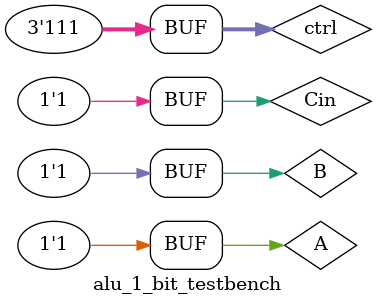
<source format=sv>
/*
Molly Le & Feifan Quiao 
				A 1-bit ALU design that takes in two 1-bit
             inputs (A and B) and computes an output
             based on the control signals that determine
             which operation to perform.

    ctrl			Operation					
    000:			result = B
    010:			result = A + B
    011:			result = A - B
    100:			result = bitwise A & B
    101:			result = bitwise A | B
    110:			result = bitwise A XOR B
*/
`timescale 1ps/1fs

// bug in modelsim 
module alu_1_bit(input logic A, B, Cin, 
						input  logic [2:0] ctrl, 
						output logic Cout, out);
	
	// does all operations and saves each resulting value 
	logic [7:0] temp_op;
	 
   // load B: 000
	assign temp_op[0] = B;

   // add/sub: 010/011 - only ctrl[0] is diff 
	not #50 not_B (invB, B);
	
	// mux to determine: if ctrl[0] is 0 then add if 1 then sub
	// temp B: A + (-B) = A - B
   mux2_1 add_or_sub (.out(temp_B), .i0(B), .i1(invB), .sel(ctrl[0])); 
   
	// logic add_sum, sub_sum; 
	logic final_sum; 
	
	full_adder add (.A(A), .B(temp_B), .Cin(Cin), .Cout(Cout), .Sum(final_sum));
	// full_adder sub (.A(A), .B(invB), .Cin(Cin), .Cout(Cout), .Sum(sub_sum));
	
	// save value for add and sub 
	assign temp_op[2] = final_sum;
	assign temp_op[3] = final_sum;

    // AND operation - 100
    and #50 and_op (temp_op[4], A, B);

    // OR operation - 101
    or #50 or_op (temp_op[5], A, B);

    // XOR operation - 110
    xor #50 xor_op (temp_op[6], A, B);

    // control logic decides the actual out for the appropiate operation 
    mux_8_1 final_out (.out(out),
                    .in({1'b0, temp_op[6:2], 1'b0, temp_op[0]}),
                    .sel(ctrl));

endmodule

module alu_1_bit_testbench();
    logic A, B, Cin;
    logic [2:0] ctrl;
    logic Cout, out;

    parameter DELAY = 200;

    alu_1_bit dut(.A, .B, .Cin, .Cout, .ctrl, .out);

    initial begin
        A = 0; B = 0; Cin = 0; ctrl = 3'b000; #DELAY; // Cout = 0, out = B = 0
                               ctrl = 3'b001; #DELAY; 
                               ctrl = 3'b010; #DELAY; // out = A + B = 0  
                               ctrl = 3'b011; #DELAY; // out = A - B = 0
                               ctrl = 3'b100; #DELAY; // out = A & B = 0
                               ctrl = 3'b101; #DELAY; // out = A | B = 0 
                               ctrl = 3'b110; #DELAY; // out = A xor B = 0
                               ctrl = 3'b111; #DELAY;
										 ;
        A = 0; B = 1; Cin = 0; ctrl = 3'b000; #DELAY; // Cout = 0; 
		                         ctrl = 3'b001; #DELAY; 
                               ctrl = 3'b010; #DELAY; // out = A + B = 1  
                               ctrl = 3'b011; #DELAY; // out = A - B = -1 or 0 & Cout = 1 --> check w/ TA 
                               ctrl = 3'b100; #DELAY; // out = A & B = 0
                               ctrl = 3'b101; #DELAY; // out = A | B = 0 
                               ctrl = 3'b110; #DELAY; // out = A xor B = 0
                               ctrl = 3'b111; #DELAY;

        A = 1; B = 1; Cin = 0; ctrl = 3'b000; #DELAY;
		  		                   ctrl = 3'b001; #DELAY; 
                               ctrl = 3'b010; #DELAY; // out = A + B = 1  
                               ctrl = 3'b011; #DELAY; // out = A - B = Cout = 1 
                               ctrl = 3'b100; #DELAY; // out = A & B = 0
                               ctrl = 3'b101; #DELAY; // out = A | B = 0 
                               ctrl = 3'b110; #DELAY; // out = A xor B = 0
                               ctrl = 3'b111; #DELAY;


        A = 1; B = 1; Cin = 1; ctrl = 3'b000; #DELAY;
		  		                   ctrl = 3'b001; #DELAY; 
                               ctrl = 3'b010; #DELAY; // out = A + B = 1  
                               ctrl = 3'b011; #DELAY; // out = A - B = Cout = 1 
                               ctrl = 3'b100; #DELAY; // out = A & B = 0
                               ctrl = 3'b101; #DELAY; // out = A | B = 0 
                               ctrl = 3'b110; #DELAY; // out = A xor B = 0
                               ctrl = 3'b111; #DELAY;
    
    end
endmodule

</source>
